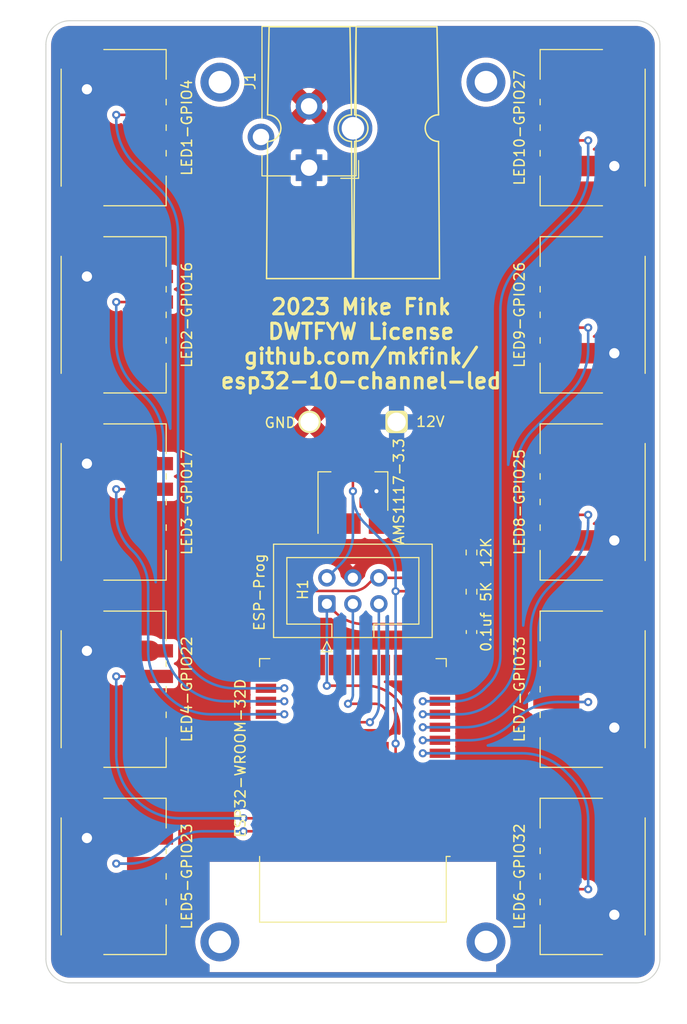
<source format=kicad_pcb>
(kicad_pcb (version 20211014) (generator pcbnew)
  (layers (0 "F.Cu" signal) (31 "B.Cu" signal) (34 "B.Paste" user) (35 "F.Paste" user) (36 "B.SilkS" user "B.Silkscreen") (37 "F.SilkS" user "F.Silkscreen") (38 "B.Mask" user) (39 "F.Mask" user) (44 "Edge.Cuts" user))
  (net 0 "")
  (net 1 "GND")
  (net 13 "+12V")
  (net 19 "Net-(LED2-GPIO16-Pad2)")
  (net 20 "Net-(LED5-GPIO23-Pad2)")
  (net 21 "Net-(LED6-GPIO32-Pad2)")
  (net 22 "Net-(LED7-GPIO33-Pad2)")
  (net 23 "Net-(LED8-GPIO25-Pad2)")
  (net 24 "Net-(LED9-GPIO26-Pad2)")
  (net 25 "Net-(LED10-GPIO27-Pad2)")
  (net 26 "+3.3V")
  (net 27 "RX")
  (net 28 "TX")
  (net 29 "GPIO0")
  (net 30 "EN")
  (net 31 "Net-(LED1-GPIO4-Pad2)")
  (net 32 "Net-(LED3-GPIO17-Pad2)")
  (net 33 "Net-(LED4-GPIO22-Pad2)")
  (footprint "Custom:Anderson_Powerpole-25A-RA-G1" (layer "F.Cu") (at 137.3056 89.96155 180)
    (fp_text reference "12V" (at -3.3088 0.02015) (layer "F.SilkS"))
    (fp_text value "Conn_01x01" hide)
    (pad "1" thru_hole roundrect (at 0 0 180) (size 2.2 2.2) (drill 1.8) (layers *.Cu *.Mask "F.SilkS") (net 13 "+12V"))
  )
  (footprint "Custom:S4B-XH-SM4-TBLFSN" (layer "F.Cu") (at 156.464 61.214 90)
    (fp_text reference "LED10-GPIO27" (at 0 -7.152088 90) (layer "F.SilkS"))
    (fp_text value "Conn_01x04")
    (pad "1" smd rect locked (at -3.75 -3.552088 90) (size 1.2954 4.4958) (layers "F.Cu" "F.Paste" "F.Mask") (net 13 "+12V"))
    (pad "2" smd rect locked (at -1.25 -3.552088 90) (size 1.2954 4.4958) (layers "F.Cu" "F.Paste" "F.Mask") (net 25 "Net-(LED10-GPIO27-Pad2)"))
    (pad "3" smd rect locked (at 1.25 -3.552088 90) (size 1.2954 4.4958) (layers "F.Cu" "F.Paste" "F.Mask") (net 1 "GND"))
    (pad "4" smd rect locked (at 3.75 -3.552088 90) (size 1.2954 4.4958) (layers "F.Cu" "F.Paste" "F.Mask") (net 1 "GND"))
    (pad "5" smd rect locked (at -6.949999 3.247911 180) (size 3.9116 1.8034) (layers "F.Cu" "F.Paste" "F.Mask"))
    (pad "6" smd rect locked (at 6.949999 3.247911 180) (size 3.9116 1.8034) (layers "F.Cu" "F.Paste" "F.Mask"))
  )
  (footprint "Resistor_SMD:R_0603_1608Metric" (layer "F.Cu") (at 144.6276 102.7176 -90)
    (fp_text reference "R1")
    (fp_text value "12K" (at 0 -1.43 90) (layer "F.SilkS"))
    (pad "1" smd roundrect (at -0.825 0 270) (size 0.8 0.95) (layers "F.Cu" "F.Paste" "F.Mask") (net 29 "GPIO0"))
    (pad "2" smd roundrect (at 0.825 0 270) (size 0.8 0.95) (layers "F.Cu" "F.Paste" "F.Mask") (net 26 "+3.3V"))
  )
  (footprint "MountingHole:MountingHole_2.2mm_M2_DIN965_Pad" (layer "F.Cu") (at 120.0384 140.7668)
    (fp_text reference " " (at 1.3208 -0.254) (layer "F.SilkS"))
    (fp_text value "MountingHole_2.2mm_M2_DIN965_Pad" hide)
    (pad "4" thru_hole circle (at 0 0) (size 3.8 3.8) (drill 2.2) (layers *.Cu *.Mask))
  )
  (footprint "Custom:S4B-XH-SM4-TBLFSN" (layer "F.Cu") (at 109.6584 61.214 -90)
    (fp_text reference "LED1-GPIO4" (at 0 -7.152088 -90) (layer "F.SilkS"))
    (fp_text value "Conn_01x04")
    (pad "1" smd rect (at -3.75 -3.552088 270) (size 1.2954 4.4958) (layers "F.Cu" "F.Paste" "F.Mask") (net 13 "+12V"))
    (pad "2" smd rect (at -1.25 -3.552088 270) (size 1.2954 4.4958) (layers "F.Cu" "F.Paste" "F.Mask") (net 31 "Net-(LED1-GPIO4-Pad2)"))
    (pad "3" smd rect (at 1.25 -3.552088 270) (size 1.2954 4.4958) (layers "F.Cu" "F.Paste" "F.Mask") (net 1 "GND"))
    (pad "4" smd rect (at 3.75 -3.552088 270) (size 1.2954 4.4958) (layers "F.Cu" "F.Paste" "F.Mask") (net 1 "GND"))
    (pad "5" smd rect (at -6.949999 3.247911) (size 3.9116 1.8034) (layers "F.Cu" "F.Paste" "F.Mask"))
    (pad "6" smd rect (at 6.949999 3.247911) (size 3.9116 1.8034) (layers "F.Cu" "F.Paste" "F.Mask"))
  )
  (footprint "Custom:S4B-XH-SM4-TBLFSN" (layer "F.Cu") (at 109.6584 97.79 -90)
    (fp_text reference "LED3-GPIO17" (at 0 -7.152088 -90) (layer "F.SilkS"))
    (fp_text value "Conn_01x04")
    (pad "1" smd rect (at -3.75 -3.552088 270) (size 1.2954 4.4958) (layers "F.Cu" "F.Paste" "F.Mask") (net 13 "+12V"))
    (pad "2" smd rect (at -1.25 -3.552088 270) (size 1.2954 4.4958) (layers "F.Cu" "F.Paste" "F.Mask") (net 32 "Net-(LED3-GPIO17-Pad2)"))
    (pad "3" smd rect (at 1.25 -3.552088 270) (size 1.2954 4.4958) (layers "F.Cu" "F.Paste" "F.Mask") (net 1 "GND"))
    (pad "4" smd rect (at 3.75 -3.552088 270) (size 1.2954 4.4958) (layers "F.Cu" "F.Paste" "F.Mask") (net 1 "GND"))
    (pad "5" smd rect (at -6.949999 3.247911) (size 3.9116 1.8034) (layers "F.Cu" "F.Paste" "F.Mask"))
    (pad "6" smd rect (at 6.949999 3.247911) (size 3.9116 1.8034) (layers "F.Cu" "F.Paste" "F.Mask"))
  )
  (footprint "Connector_IDC:IDC-Header_2x03_P2.54mm_Vertical" (layer "F.Cu") (at 130.4934 107.7373 90)
    (fp_text reference "H1" (at 1.3875 -2.3504 90) (layer "F.SilkS"))
    (fp_text value "ESP32Header")
    (fp_text user "ESP-Prog" (at 1.1335 -6.599 90) (layer "F.SilkS"))
    (pad "1" thru_hole roundrect (at 0 0 90) (size 1.7 1.7) (drill 1) (layers *.Cu *.Mask) (roundrect_rratio 0.147059) (net 30 "EN"))
    (pad "2" thru_hole circle (at 2.54 0 90) (size 1.7 1.7) (drill 1) (layers *.Cu *.Mask) (net 26 "+3.3V"))
    (pad "3" thru_hole circle (at 0 2.54 90) (size 1.7 1.7) (drill 1) (layers *.Cu *.Mask) (net 28 "TX"))
    (pad "4" thru_hole circle (at 2.54 2.54 90) (size 1.7 1.7) (drill 1) (layers *.Cu *.Mask) (net 1 "GND"))
    (pad "5" thru_hole circle (at 0 5.08 90) (size 1.7 1.7) (drill 1) (layers *.Cu *.Mask) (net 27 "RX"))
    (pad "6" thru_hole circle (at 2.54 5.08 90) (size 1.7 1.7) (drill 1) (layers *.Cu *.Mask) (net 29 "GPIO0"))
  )
  (footprint "Custom:S4B-XH-SM4-TBLFSN" (layer "F.Cu") (at 156.464 134.366 90)
    (fp_text reference "LED6-GPIO32" (at 0 -7.152088 90) (layer "F.SilkS"))
    (fp_text value "Conn_01x04")
    (pad "1" smd rect (at -3.75 -3.552088 90) (size 1.2954 4.4958) (layers "F.Cu" "F.Paste" "F.Mask") (net 13 "+12V"))
    (pad "2" smd rect (at -1.25 -3.552088 90) (size 1.2954 4.4958) (layers "F.Cu" "F.Paste" "F.Mask") (net 21 "Net-(LED6-GPIO32-Pad2)"))
    (pad "3" smd rect (at 1.25 -3.552088 90) (size 1.2954 4.4958) (layers "F.Cu" "F.Paste" "F.Mask") (net 1 "GND"))
    (pad "4" smd rect (at 3.75 -3.552088 90) (size 1.2954 4.4958) (layers "F.Cu" "F.Paste" "F.Mask") (net 1 "GND"))
    (pad "5" smd rect (at -6.949999 3.247911 180) (size 3.9116 1.8034) (layers "F.Cu" "F.Paste" "F.Mask"))
    (pad "6" smd rect (at 6.949999 3.247911 180) (size 3.9116 1.8034) (layers "F.Cu" "F.Paste" "F.Mask"))
  )
  (footprint "Package_TO_SOT_SMD:SOT-223-3_TabPin2" (layer "F.Cu") (at 133.0384 96.7486 90)
    (fp_text reference "U2")
    (fp_text value "AMS1117-3.3" (at 0 4.5 90) (layer "F.SilkS"))
    (pad "1" smd rect (at -3.15 -2.3 90) (size 2 1.5) (layers "F.Cu" "F.Paste" "F.Mask") (net 1 "GND"))
    (pad "2" smd rect (at -3.15 0 90) (size 2 1.5) (layers "F.Cu" "F.Paste" "F.Mask") (net 26 "+3.3V"))
    (pad "2" smd rect (at 3.15 0 90) (size 2 3.8) (layers "F.Cu" "F.Paste" "F.Mask") (net 26 "+3.3V"))
    (pad "3" smd rect (at -3.15 2.3 90) (size 2 1.5) (layers "F.Cu" "F.Paste" "F.Mask") (net 13 "+12V"))
  )
  (footprint "MountingHole:MountingHole_2.2mm_M2_DIN965_Pad" (layer "F.Cu") (at 133.0384 61.27555 180)
    (fp_text reference " " (at 1.3208 -0.254) (layer "F.SilkS"))
    (fp_text value "MountingHole_2.2mm_M2_DIN965_Pad" hide)
    (pad "1" thru_hole circle (at 0 0 180) (size 3.8 3.8) (drill 2.2) (layers *.Cu *.Mask))
  )
  (footprint "RF_Module:ESP32-WROOM-32" (layer "F.Cu") (at 133.0384 122.9708 180)
    (fp_text reference "U1" hide)
    (fp_text value "ESP32-WROOM-32D" (at 10.9982 0.1524 90) (layer "F.SilkS"))
    (pad "1" smd rect (at -8.5 -8.255 180) (size 2 0.9) (layers "F.Cu" "F.Paste" "F.Mask") (net 1 "GND"))
    (pad "2" smd rect (at -8.5 -6.985 180) (size 2 0.9) (layers "F.Cu" "F.Paste" "F.Mask") (net 26 "+3.3V"))
    (pad "3" smd rect (at -8.5 -5.715 180) (size 2 0.9) (layers "F.Cu" "F.Paste" "F.Mask") (net 30 "EN"))
    (pad "4" smd rect (at -8.5 -4.445 180) (size 2 0.9) (layers "F.Cu" "F.Paste" "F.Mask"))
    (pad "5" smd rect (at -8.5 -3.175 180) (size 2 0.9) (layers "F.Cu" "F.Paste" "F.Mask"))
    (pad "6" smd rect (at -8.5 -1.905 180) (size 2 0.9) (layers "F.Cu" "F.Paste" "F.Mask"))
    (pad "7" smd rect (at -8.5 -0.635 180) (size 2 0.9) (layers "F.Cu" "F.Paste" "F.Mask"))
    (pad "8" smd rect (at -8.5 0.635 180) (size 2 0.9) (layers "F.Cu" "F.Paste" "F.Mask") (net 21 "Net-(LED6-GPIO32-Pad2)"))
    (pad "9" smd rect (at -8.5 1.905 180) (size 2 0.9) (layers "F.Cu" "F.Paste" "F.Mask") (net 22 "Net-(LED7-GPIO33-Pad2)"))
    (pad "10" smd rect (at -8.5 3.175 180) (size 2 0.9) (layers "F.Cu" "F.Paste" "F.Mask") (net 23 "Net-(LED8-GPIO25-Pad2)"))
    (pad "11" smd rect (at -8.5 4.445 180) (size 2 0.9) (layers "F.Cu" "F.Paste" "F.Mask") (net 24 "Net-(LED9-GPIO26-Pad2)"))
    (pad "12" smd rect (at -8.5 5.715 180) (size 2 0.9) (layers "F.Cu" "F.Paste" "F.Mask") (net 25 "Net-(LED10-GPIO27-Pad2)"))
    (pad "13" smd rect (at -8.5 6.985 180) (size 2 0.9) (layers "F.Cu" "F.Paste" "F.Mask"))
    (pad "14" smd rect (at -8.5 8.255 180) (size 2 0.9) (layers "F.Cu" "F.Paste" "F.Mask"))
    (pad "15" smd rect (at -5.715 9.255 270) (size 2 0.9) (layers "F.Cu" "F.Paste" "F.Mask") (net 1 "GND"))
    (pad "16" smd rect (at -4.445 9.255 270) (size 2 0.9) (layers "F.Cu" "F.Paste" "F.Mask"))
    (pad "17" smd rect (at -3.175 9.255 270) (size 2 0.9) (layers "F.Cu" "F.Paste" "F.Mask"))
    (pad "18" smd rect (at -1.905 9.255 270) (size 2 0.9) (layers "F.Cu" "F.Paste" "F.Mask"))
    (pad "19" smd rect (at -0.635 9.255 270) (size 2 0.9) (layers "F.Cu" "F.Paste" "F.Mask"))
    (pad "20" smd rect (at 0.635 9.255 270) (size 2 0.9) (layers "F.Cu" "F.Paste" "F.Mask"))
    (pad "21" smd rect (at 1.905 9.255 270) (size 2 0.9) (layers "F.Cu" "F.Paste" "F.Mask"))
    (pad "22" smd rect (at 3.175 9.255 270) (size 2 0.9) (layers "F.Cu" "F.Paste" "F.Mask"))
    (pad "23" smd rect (at 4.445 9.255 270) (size 2 0.9) (layers "F.Cu" "F.Paste" "F.Mask"))
    (pad "24" smd rect (at 5.715 9.255 270) (size 2 0.9) (layers "F.Cu" "F.Paste" "F.Mask"))
    (pad "25" smd rect (at 8.5 8.255 180) (size 2 0.9) (layers "F.Cu" "F.Paste" "F.Mask") (net 29 "GPIO0"))
    (pad "26" smd rect (at 8.5 6.985 180) (size 2 0.9) (layers "F.Cu" "F.Paste" "F.Mask") (net 31 "Net-(LED1-GPIO4-Pad2)"))
    (pad "27" smd rect (at 8.5 5.715 180) (size 2 0.9) (layers "F.Cu" "F.Paste" "F.Mask") (net 19 "Net-(LED2-GPIO16-Pad2)"))
    (pad "28" smd rect (at 8.5 4.445 180) (size 2 0.9) (layers "F.Cu" "F.Paste" "F.Mask") (net 32 "Net-(LED3-GPIO17-Pad2)"))
    (pad "29" smd rect (at 8.5 3.175 180) (size 2 0.9) (layers "F.Cu" "F.Paste" "F.Mask"))
    (pad "30" smd rect (at 8.5 1.905 180) (size 2 0.9) (layers "F.Cu" "F.Paste" "F.Mask"))
    (pad "31" smd rect (at 8.5 0.635 180) (size 2 0.9) (layers "F.Cu" "F.Paste" "F.Mask"))
    (pad "32" smd rect (at 8.5 -0.635 180) (size 2 0.9) (layers "F.Cu" "F.Paste" "F.Mask"))
    (pad "33" smd rect (at 8.5 -1.905 180) (size 2 0.9) (layers "F.Cu" "F.Paste" "F.Mask"))
    (pad "34" smd rect (at 8.5 -3.175 180) (size 2 0.9) (layers "F.Cu" "F.Paste" "F.Mask") (net 27 "RX"))
    (pad "35" smd rect (at 8.5 -4.445 180) (size 2 0.9) (layers "F.Cu" "F.Paste" "F.Mask") (net 28 "TX"))
    (pad "36" smd rect (at 8.5 -5.715 180) (size 2 0.9) (layers "F.Cu" "F.Paste" "F.Mask") (net 33 "Net-(LED4-GPIO22-Pad2)"))
    (pad "37" smd rect (at 8.5 -6.985 180) (size 2 0.9) (layers "F.Cu" "F.Paste" "F.Mask") (net 20 "Net-(LED5-GPIO23-Pad2)"))
    (pad "38" smd rect (at 8.5 -8.255 180) (size 2 0.9) (layers "F.Cu" "F.Paste" "F.Mask") (net 1 "GND"))
    (pad "39" smd rect (at -1 -0.755 180) (size 5 5) (layers "F.Cu" "F.Paste" "F.Mask") (net 1 "GND"))
    (zone (net 0) (net_name "") (layers *.Cu) (connect_pads (clearance 0)) (min_thickness 0.254)
      (keepout (tracks not_allowed) (vias not_allowed) (pads not_allowed) (copperpour not_allowed) (footprints not_allowed))
      (fill (thermal_gap 0.508) (thermal_bridge_width 0.508))
      (polygon (pts (xy 147.0384 132.9408) (xy 119.0384 132.9408) (xy 119.0384 143.7208) (xy 147.0384 143.7208)))
    )
  )
  (footprint "Resistor_SMD:R_0603_1608Metric" (layer "F.Cu") (at 144.6276 106.553 -90)
    (fp_text reference "R2")
    (fp_text value "5K" (at 0 -1.43 90) (layer "F.SilkS"))
    (pad "1" smd roundrect (at -0.825 0 270) (size 0.8 0.95) (layers "F.Cu" "F.Paste" "F.Mask") (net 26 "+3.3V"))
    (pad "2" smd roundrect (at 0.825 0 270) (size 0.8 0.95) (layers "F.Cu" "F.Paste" "F.Mask") (net 30 "EN"))
  )
  (footprint "Custom:S4B-XH-SM4-TBLFSN" (layer "F.Cu") (at 109.6584 79.502 -90)
    (fp_text reference "LED2-GPIO16" (at 0 -7.152088 -90) (layer "F.SilkS"))
    (fp_text value "Conn_01x04")
    (pad "1" smd rect (at -3.75 -3.552088 270) (size 1.2954 4.4958) (layers "F.Cu" "F.Paste" "F.Mask") (net 13 "+12V"))
    (pad "2" smd rect (at -1.25 -3.552088 270) (size 1.2954 4.4958) (layers "F.Cu" "F.Paste" "F.Mask") (net 19 "Net-(LED2-GPIO16-Pad2)"))
    (pad "3" smd rect (at 1.25 -3.552088 270) (size 1.2954 4.4958) (layers "F.Cu" "F.Paste" "F.Mask") (net 1 "GND"))
    (pad "4" smd rect (at 3.75 -3.552088 270) (size 1.2954 4.4958) (layers "F.Cu" "F.Paste" "F.Mask") (net 1 "GND"))
    (pad "5" smd rect (at -6.949999 3.247911) (size 3.9116 1.8034) (layers "F.Cu" "F.Paste" "F.Mask"))
    (pad "6" smd rect (at 6.949999 3.247911) (size 3.9116 1.8034) (layers "F.Cu" "F.Paste" "F.Mask"))
  )
  (footprint "Capacitor_SMD:C_0603_1608Metric" (layer "F.Cu") (at 144.6276 110.49 90)
    (fp_text reference "C1")
    (fp_text value "0.1uf" (at 0 1.43 90) (layer "F.SilkS"))
    (pad "1" smd roundrect locked (at -0.775 0 90) (size 0.9 0.95) (layers "F.Cu" "F.Paste" "F.Mask") (net 1 "GND"))
    (pad "2" smd roundrect locked (at 0.775 0 90) (size 0.9 0.95) (layers "F.Cu" "F.Paste" "F.Mask") (net 30 "EN"))
  )
  (footprint "Custom:Anderson_Powerpole-25A-RA-G1" (layer "F.Cu") (at 128.7996 89.96155 180)
    (fp_text reference "GND" (at 2.8664 -0.08145) (layer "F.SilkS"))
    (fp_text value "Conn_01x01" hide)
    (pad "1" thru_hole circle (at 0 0 180) (size 2.2 2.2) (drill 1.8) (layers *.Cu *.Mask "F.SilkS") (net 1 "GND"))
  )
  (footprint "Custom:S4B-XH-SM4-TBLFSN" (layer "F.Cu") (at 156.464 79.502 90)
    (fp_text reference "LED9-GPIO26" (at 0 -7.152088 90) (layer "F.SilkS"))
    (fp_text value "Conn_01x04")
    (pad "1" smd rect locked (at -3.75 -3.552088 90) (size 1.2954 4.4958) (layers "F.Cu" "F.Paste" "F.Mask") (net 13 "+12V"))
    (pad "2" smd rect locked (at -1.25 -3.552088 90) (size 1.2954 4.4958) (layers "F.Cu" "F.Paste" "F.Mask") (net 24 "Net-(LED9-GPIO26-Pad2)"))
    (pad "3" smd rect locked (at 1.25 -3.552088 90) (size 1.2954 4.4958) (layers "F.Cu" "F.Paste" "F.Mask") (net 1 "GND"))
    (pad "4" smd rect locked (at 3.75 -3.552088 90) (size 1.2954 4.4958) (layers "F.Cu" "F.Paste" "F.Mask") (net 1 "GND"))
    (pad "5" smd rect locked (at -6.949999 3.247911 180) (size 3.9116 1.8034) (layers "F.Cu" "F.Paste" "F.Mask"))
    (pad "6" smd rect locked (at 6.949999 3.247911 180) (size 3.9116 1.8034) (layers "F.Cu" "F.Paste" "F.Mask"))
  )
  (footprint "Connector_BarrelJack:BarrelJack_CUI_PJ-102AH_Horizontal" (layer "F.Cu") (at 128.7526 65.1256 180)
    (fp_text reference "J1" (at 5.75 8.45 90) (layer "F.SilkS"))
    (fp_text value "Barrel_Jack")
    (pad "1" thru_hole rect (at 0 0 180) (size 2.6 2.6) (drill 1.6) (layers *.Cu *.Mask) (net 13 "+12V"))
    (pad "2" thru_hole circle (at 0 6 180) (size 2.6 2.6) (drill 1.6) (layers *.Cu *.Mask) (net 1 "GND"))
    (pad "3" thru_hole circle (at 4.7 3 180) (size 2.6 2.6) (drill 1.6) (layers *.Cu *.Mask))
  )
  (footprint "MountingHole:MountingHole_2.2mm_M2_DIN965_Pad" (layer "F.Cu") (at 146.0384 140.7668)
    (fp_text reference " " (at 1.3208 -0.254) (layer "F.SilkS"))
    (fp_text value "MountingHole_2.2mm_M2_DIN965_Pad" hide)
    (pad "5" thru_hole circle (at 0 0) (size 3.8 3.8) (drill 2.2) (layers *.Cu *.Mask))
  )
  (footprint "Custom:S4B-XH-SM4-TBLFSN" (layer "F.Cu") (at 109.6584 134.366 -90)
    (fp_text reference "LED5-GPIO23" (at 0 -7.152088 -90) (layer "F.SilkS"))
    (fp_text value "Conn_01x04")
    (pad "1" smd rect locked (at -3.75 -3.552088 270) (size 1.2954 4.4958) (layers "F.Cu" "F.Paste" "F.Mask") (net 13 "+12V"))
    (pad "2" smd rect locked (at -1.25 -3.552088 270) (size 1.2954 4.4958) (layers "F.Cu" "F.Paste" "F.Mask") (net 20 "Net-(LED5-GPIO23-Pad2)"))
    (pad "3" smd rect locked (at 1.25 -3.552088 270) (size 1.2954 4.4958) (layers "F.Cu" "F.Paste" "F.Mask") (net 1 "GND"))
    (pad "4" smd rect locked (at 3.75 -3.552088 270) (size 1.2954 4.4958) (layers "F.Cu" "F.Paste" "F.Mask") (net 1 "GND"))
    (pad "5" smd rect locked (at -6.949999 3.247911) (size 3.9116 1.8034) (layers "F.Cu" "F.Paste" "F.Mask"))
    (pad "6" smd rect locked (at 6.949999 3.247911) (size 3.9116 1.8034) (layers "F.Cu" "F.Paste" "F.Mask"))
  )
  (footprint "MountingHole:MountingHole_2.2mm_M2_DIN965_Pad" (layer "F.Cu") (at 120.0384 56.7668)
    (fp_text reference " " (at 1.3208 -0.254) (layer "F.SilkS"))
    (fp_text value "MountingHole_2.2mm_M2_DIN965_Pad" hide)
    (pad "3" thru_hole circle (at 0 0) (size 3.8 3.8) (drill 2.2) (layers *.Cu *.Mask))
  )
  (footprint "Custom:S4B-XH-SM4-TBLFSN" (layer "F.Cu") (at 156.464 116.078 90)
    (fp_text reference "LED7-GPIO33" (at 0 -7.152088 90) (layer "F.SilkS"))
    (fp_text value "Conn_01x04")
    (pad "1" smd rect locked (at -3.75 -3.552088 90) (size 1.2954 4.4958) (layers "F.Cu" "F.Paste" "F.Mask") (net 13 "+12V"))
    (pad "2" smd rect locked (at -1.25 -3.552088 90) (size 1.2954 4.4958) (layers "F.Cu" "F.Paste" "F.Mask") (net 22 "Net-(LED7-GPIO33-Pad2)"))
    (pad "3" smd rect locked (at 1.25 -3.552088 90) (size 1.2954 4.4958) (layers "F.Cu" "F.Paste" "F.Mask") (net 1 "GND"))
    (pad "4" smd rect locked (at 3.75 -3.552088 90) (size 1.2954 4.4958) (layers "F.Cu" "F.Paste" "F.Mask") (net 1 "GND"))
    (pad "5" smd rect locked (at -6.949999 3.247911 180) (size 3.9116 1.8034) (layers "F.Cu" "F.Paste" "F.Mask"))
    (pad "6" smd rect locked (at 6.949999 3.247911 180) (size 3.9116 1.8034) (layers "F.Cu" "F.Paste" "F.Mask"))
  )
  (footprint "Custom:S4B-XH-SM4-TBLFSN" (layer "F.Cu") (at 156.464 97.79 90)
    (fp_text reference "LED8-GPIO25" (at 0 -7.152088 90) (layer "F.SilkS"))
    (fp_text value "Conn_01x04")
    (pad "1" smd rect locked (at -3.75 -3.552088 90) (size 1.2954 4.4958) (layers "F.Cu" "F.Paste" "F.Mask") (net 13 "+12V"))
    (pad "2" smd rect locked (at -1.25 -3.552088 90) (size 1.2954 4.4958) (layers "F.Cu" "F.Paste" "F.Mask") (net 23 "Net-(LED8-GPIO25-Pad2)"))
    (pad "3" smd rect locked (at 1.25 -3.552088 90) (size 1.2954 4.4958) (layers "F.Cu" "F.Paste" "F.Mask") (net 1 "GND"))
    (pad "4" smd rect locked (at 3.75 -3.552088 90) (size 1.2954 4.4958) (layers "F.Cu" "F.Paste" "F.Mask") (net 1 "GND"))
    (pad "5" smd rect locked (at -6.949999 3.247911 180) (size 3.9116 1.8034) (layers "F.Cu" "F.Paste" "F.Mask"))
    (pad "6" smd rect locked (at 6.949999 3.247911 180) (size 3.9116 1.8034) (layers "F.Cu" "F.Paste" "F.Mask"))
  )
  (footprint "MountingHole:MountingHole_2.2mm_M2_DIN965_Pad" (layer "F.Cu") (at 146.0384 56.7668)
    (fp_text reference " " (at 1.3208 -0.254) (layer "F.SilkS"))
    (fp_text value "MountingHole_2.2mm_M2_DIN965_Pad" hide)
    (pad "2" thru_hole circle (at 0 0) (size 3.8 3.8) (drill 2.2) (layers *.Cu *.Mask))
  )
  (footprint "Custom:S4B-XH-SM4-TBLFSN" (layer "F.Cu") (at 109.6584 116.078 -90)
    (fp_text reference "LED4-GPIO22" (at 0 -7.152088 -90) (layer "F.SilkS"))
    (fp_text value "Conn_01x04")
    (pad "1" smd rect (at -3.75 -3.552088 270) (size 1.2954 4.4958) (layers "F.Cu" "F.Paste" "F.Mask") (net 13 "+12V"))
    (pad "2" smd rect (at -1.25 -3.552088 270) (size 1.2954 4.4958) (layers "F.Cu" "F.Paste" "F.Mask") (net 33 "Net-(LED4-GPIO22-Pad2)"))
    (pad "3" smd rect (at 1.25 -3.552088 270) (size 1.2954 4.4958) (layers "F.Cu" "F.Paste" "F.Mask") (net 1 "GND"))
    (pad "4" smd rect (at 3.75 -3.552088 270) (size 1.2954 4.4958) (layers "F.Cu" "F.Paste" "F.Mask") (net 1 "GND"))
    (pad "5" smd rect (at -6.949999 3.247911) (size 3.9116 1.8034) (layers "F.Cu" "F.Paste" "F.Mask"))
    (pad "6" smd rect (at 6.949999 3.247911) (size 3.9116 1.8034) (layers "F.Cu" "F.Paste" "F.Mask"))
  )
  (gr_line (start 160.7016 144.7668) (end 105.3752 144.7668) (layer "Edge.Cuts") (width 0.1))
  (gr_line locked (start 105.3752 50.7668) (end 160.7016 50.7668) (layer "Edge.Cuts") (width 0.1))
  (gr_arc (start 163.0384 142.43) (mid 162.353967 144.082367) (end 160.7016 144.7668) (layer "Edge.Cuts") (width 0.1))
  (gr_arc (start 160.7016 50.7668) (mid 162.353967 51.451233) (end 163.0384 53.1036) (layer "Edge.Cuts") (width 0.1))
  (gr_line (start 103.0384 142.43) (end 103.0384 53.1036) (layer "Edge.Cuts") (width 0.1))
  (gr_line (start 163.0384 53.1036) (end 163.0384 142.43) (layer "Edge.Cuts") (width 0.1))
  (gr_arc (start 105.3752 144.7668) (mid 103.722833 144.082367) (end 103.0384 142.43) (layer "Edge.Cuts") (width 0.1))
  (gr_arc (start 103.0384 53.1036) (mid 103.722833 51.451233) (end 105.3752 50.7668) (layer "Edge.Cuts") (width 0.1))
  (gr_text "2023 Mike Fink\nDWTFYW License\ngithub.com/mkfink/\nesp32-10-channel-led" (at 133.8326 82.343) (layer "F.SilkS") (effects (font (size 1.5 1.5) (thickness 0.3))))
  (segment (start 152.911912 119.828) (end 158.5814 119.828) (width 2) (layer "F.Cu") (net 13))
  (segment (start 113.210488 130.616) (end 107.0448 130.616) (width 2) (layer "F.Cu") (net 13))
  (segment (start 113.210488 112.328) (end 107.0448 112.328) (width 2) (layer "F.Cu") (net 13))
  (segment (start 135.3384 99.8986) (end 135.3384 96.7486) (width 0.25) (layer "F.Cu") (net 13))
  (segment (start 152.911912 64.964) (end 158.5814 64.964) (width 2) (layer "F.Cu") (net 13))
  (segment (start 113.210488 94.04) (end 107.0448 94.04) (width 2) (layer "F.Cu") (net 13))
  (segment (start 113.210488 75.752) (end 107.0448 75.752) (width 2) (layer "F.Cu") (net 13))
  (segment (start 152.911912 138.116) (end 158.5814 138.116) (width 2) (layer "F.Cu") (net 13))
  (segment (start 152.911912 83.252) (end 158.5814 83.252) (width 2) (layer "F.Cu") (net 13))
  (segment (start 113.210488 57.464) (end 107.0448 57.464) (width 2) (layer "F.Cu") (net 13))
  (segment (start 152.911912 101.54) (end 158.5814 101.54) (width 2) (layer "F.Cu") (net 13))
  (via (at 158.5814 101.54) (size 2) (drill 1) (layers "F.Cu" "B.Cu") (net 13))
  (via (at 107.0448 94.04) (size 2) (drill 1) (layers "F.Cu" "B.Cu") (net 13))
  (via (at 107.0448 75.752) (size 2) (drill 1) (layers "F.Cu" "B.Cu") (net 13))
  (via (at 158.5814 83.252) (size 2) (drill 1) (layers "F.Cu" "B.Cu") (net 13))
  (via (at 158.5814 138.116) (size 2) (drill 1) (layers "F.Cu" "B.Cu") (net 13))
  (via (at 107.0448 112.328) (size 2) (drill 1) (layers "F.Cu" "B.Cu") (net 13))
  (via (at 135.3384 96.73) (size 0.8) (drill 0.4) (layers "F.Cu" "B.Cu") (net 13))
  (via (at 107.0448 57.464) (size 2) (drill 1) (layers "F.Cu" "B.Cu") (net 13))
  (via (at 158.5814 119.828) (size 2) (drill 1) (layers "F.Cu" "B.Cu") (net 13))
  (via (at 107.0448 130.616) (size 2) (drill 1) (layers "F.Cu" "B.Cu") (net 13))
  (via (at 158.5814 64.964) (size 2) (drill 1) (layers "F.Cu" "B.Cu") (net 13))
  (segment (start 126.3302 117.2558) (end 124.5384 117.2558) (width 0.25) (layer "F.Cu") (net 19))
  (segment (start 113.210488 78.252) (end 109.9112 78.252) (width 0.25) (layer "F.Cu") (net 19))
  (via (at 109.9112 78.252) (size 0.8) (drill 0.4) (layers "F.Cu" "B.Cu") (net 19))
  (via (at 126.3302 117.2558) (size 0.8) (drill 0.4) (layers "F.Cu" "B.Cu") (net 19))
  (segment (start 109.9112 78.252) (end 109.9112 82.178319) (width 0.25) (layer "B.Cu") (net 19))
  (segment (start 116.28596 115.42236) (end 116.362041 115.498441) (width 0.25) (layer "B.Cu") (net 19))
  (segment (start 114.5286 91.766281) (end 114.5286 111.179719) (width 0.25) (layer "B.Cu") (net 19))
  (segment (start 111.66856 86.42096) (end 112.771241 87.523641) (width 0.25) (layer "B.Cu") (net 19))
  (segment (start 120.604681 117.2558) (end 126.3302 117.2558) (width 0.25) (layer "B.Cu") (net 19))
  (arc (start 116.362041 115.498441) (mid 118.308581 116.799077) (end 120.604681 117.2558) (width 0.25) (layer "B.Cu") (net 19))
  (arc (start 112.771241 87.523641) (mid 114.071877 89.470181) (end 114.5286 91.766281) (width 0.25) (layer "B.Cu") (net 19))
  (arc (start 109.9112 82.178319) (mid 110.367923 84.47442) (end 111.66856 86.42096) (width 0.25) (layer "B.Cu") (net 19))
  (arc (start 114.5286 111.179719) (mid 114.985323 113.47582) (end 116.28596 115.42236) (width 0.25) (layer "B.Cu") (net 19))
  (segment (start 113.210488 133.116) (end 109.9112 133.116) (width 0.25) (layer "F.Cu") (net 20))
  (segment (start 124.5384 129.9558) (end 122.3302 129.9558) (width 0.25) (layer "F.Cu") (net 20))
  (via (at 109.9112 133.116) (size 0.8) (drill 0.4) (layers "F.Cu" "B.Cu") (net 20))
  (via (at 122.3302 129.9558) (size 0.8) (drill 0.4) (layers "F.Cu" "B.Cu") (net 20))
  (segment (start 118.393668 129.9558) (end 122.3302 129.9558) (width 0.25) (layer "B.Cu") (net 20))
  (segment (start 114.626866 131.651534) (end 114.858134 131.420266) (width 0.25) (layer "B.Cu") (net 20))
  (segment (start 109.9112 133.116) (end 111.091332 133.116) (width 0.25) (layer "B.Cu") (net 20))
  (arc (start 114.626866 131.651534) (mid 113.004749 132.735398) (end 111.091332 133.116) (width 0.25) (layer "B.Cu") (net 20))
  (arc (start 114.858134 131.420266) (mid 116.480251 130.336402) (end 118.393668 129.9558) (width 0.25) (layer "B.Cu") (net 20))
  (segment (start 140.1732 122.3358) (end 139.8176 122.3358) (width 0.25) (layer "F.Cu") (net 21))
  (segment (start 152.911912 135.616) (end 156.0268 135.616) (width 0.25) (layer "F.Cu") (net 21))
  (segment (start 141.5384 122.3358) (end 140.1732 122.3358) (width 0.25) (layer "F.Cu") (net 21))
  (via (at 156.0268 135.616) (size 0.8) (drill 0.4) (layers "F.Cu" "B.Cu") (net 21))
  (via (at 139.8684 122.3358) (size 0.8) (drill 0.4) (layers "F.Cu" "B.Cu") (net 21))
  (segment (start 156.0268 135.616) (end 156.0268 128.819481) (width 0.25) (layer "B.Cu") (net 21))
  (segment (start 154.26944 124.57684) (end 153.785759 124.093159) (width 0.25) (layer "B.Cu") (net 21))
  (segment (start 149.543119 122.3358) (end 139.8684 122.3358) (width 0.25) (layer "B.Cu") (net 21))
  (arc (start 153.785759 124.093159) (mid 151.839219 122.792523) (end 149.543119 122.3358) (width 0.25) (layer "B.Cu") (net 21))
  (arc (start 154.26944 124.57684) (mid 155.570077 126.52338) (end 156.0268 128.819481) (width 0.25) (layer "B.Cu") (net 21))
  (segment (start 141.5384 121.0658) (end 140.0716 121.0658) (width 0.25) (layer "F.Cu") (net 22))
  (segment (start 152.911912 117.328) (end 156.0268 117.328) (width 0.25) (layer "F.Cu") (net 22))
  (segment (start 140.0716 121.0658) (end 139.6906 121.0658) (width 0.25) (layer "F.Cu") (net 22))
  (via (at 139.8684 121.0658) (size 0.8) (drill 0.4) (layers "F.Cu" "B.Cu") (net 22))
  (via (at 156.0268 117.328) (size 0.8) (drill 0.4) (layers "F.Cu" "B.Cu") (net 22))
  (segment (start 139.8684 121.0658) (end 144.393519 121.0658) (width 0.25) (layer "B.Cu") (net 22))
  (segment (start 148.63616 119.30844) (end 148.859241 119.085359) (width 0.25) (layer "B.Cu") (net 22))
  (segment (start 153.101881 117.328) (end 156.0268 117.328) (width 0.25) (layer "B.Cu") (net 22))
  (arc (start 148.63616 119.30844) (mid 146.68962 120.609077) (end 144.393519 121.0658) (width 0.25) (layer "B.Cu") (net 22))
  (arc (start 153.101881 117.328) (mid 150.805781 117.784723) (end 148.859241 119.085359) (width 0.25) (layer "B.Cu") (net 22))
  (segment (start 141.5384 119.7958) (end 139.8938 119.7958) (width 0.25) (layer "F.Cu") (net 23))
  (segment (start 152.911912 99.04) (end 156.0268 99.04) (width 0.25) (layer "F.Cu") (net 23))
  (via (at 156.0268 99.04) (size 0.8) (drill 0.4) (layers "F.Cu" "B.Cu") (net 23))
  (via (at 139.8684 119.7958) (size 0.8) (drill 0.4) (layers "F.Cu" "B.Cu") (net 23))
  (segment (start 156.0268 99.04) (end 156.0268 99.831319) (width 0.25) (layer "B.Cu") (net 23))
  (segment (start 148.17896 118.03844) (end 148.661441 117.555959) (width 0.25) (layer "B.Cu") (net 23))
  (segment (start 150.4188 113.313319) (end 150.4188 110.871) (width 0.25) (layer "B.Cu") (net 23))
  (segment (start 139.8684 119.7958) (end 143.936319 119.7958) (width 0.25) (layer "B.Cu") (net 23))
  (segment (start 150.4188 110.409881) (end 150.4188 110.871) (width 0.25) (layer "B.Cu") (net 23))
  (segment (start 154.26944 104.07396) (end 152.176159 106.167241) (width 0.25) (layer "B.Cu") (net 23))
  (arc (start 148.661441 117.555959) (mid 149.962077 115.609419) (end 150.4188 113.313319) (width 0.25) (layer "B.Cu") (net 23))
  (arc (start 150.4188 110.409881) (mid 150.875523 108.113781) (end 152.176159 106.167241) (width 0.25) (layer "B.Cu") (net 23))
  (arc (start 154.26944 104.07396) (mid 155.570077 102.12742) (end 156.0268 99.831319) (width 0.25) (layer "B.Cu") (net 23))
  (arc (start 148.17896 118.03844) (mid 146.23242 119.339077) (end 143.936319 119.7958) (width 0.25) (layer "B.Cu") (net 23))
  (segment (start 141.5384 118.5258) (end 139.9192 118.5258) (width 0.25) (layer "F.Cu") (net 24))
  (segment (start 152.911912 80.752) (end 156.0268 80.752) (width 0.25) (layer "F.Cu") (net 24))
  (via (at 139.8684 118.5258) (size 0.8) (drill 0.4) (layers "F.Cu" "B.Cu") (net 24))
  (via (at 156.0268 80.752) (size 0.8) (drill 0.4) (layers "F.Cu" "B.Cu") (net 24))
  (segment (start 154.26944 87.10676) (end 150.677559 90.698641) (width 0.25) (layer "B.Cu") (net 24))
  (segment (start 147.455734 116.577266) (end 146.971666 117.061334) (width 0.25) (layer "B.Cu") (net 24))
  (segment (start 156.0268 80.752) (end 156.0268 82.864119) (width 0.25) (layer "B.Cu") (net 24))
  (segment (start 148.9202 94.941281) (end 148.9202 113.041732) (width 0.25) (layer "B.Cu") (net 24))
  (segment (start 143.436132 118.5258) (end 139.8684 118.5258) (width 0.25) (layer "B.Cu") (net 24))
  (arc (start 154.26944 87.10676) (mid 155.570077 85.16022) (end 156.0268 82.864119) (width 0.25) (layer "B.Cu") (net 24))
  (arc (start 150.677559 90.698641) (mid 149.376923 92.645181) (end 148.9202 94.941281) (width 0.25) (layer "B.Cu") (net 24))
  (arc (start 146.971666 117.061334) (mid 145.349549 118.145198) (end 143.436132 118.5258) (width 0.25) (layer "B.Cu") (net 24))
  (arc (start 148.9202 113.041732) (mid 148.539598 114.955149) (end 147.455734 116.577266) (width 0.25) (layer "B.Cu") (net 24))
  (segment (start 152.911912 62.464) (end 156.0268 62.464) (width 0.25) (layer "F.Cu") (net 25))
  (segment (start 141.5384 117.2558) (end 139.8684 117.2558) (width 0.25) (layer "F.Cu") (net 25))
  (via (at 139.8684 117.2558) (size 0.8) (drill 0.4) (layers "F.Cu" "B.Cu") (net 25))
  (via (at 156.0268 62.464) (size 0.8) (drill 0.4) (layers "F.Cu" "B.Cu") (net 25))
  (segment (start 147.447 79.040881) (end 147.447 80.1878) (width 0.25) (layer "B.Cu") (net 25))
  (segment (start 139.8684 117.2558) (end 143.012146 117.2558) (width 0.25) (layer "B.Cu") (net 25))
  (segment (start 156.0268 62.464) (end 156.0268 65.490519) (width 0.25) (layer "B.Cu") (net 25))
  (segment (start 154.26944 69.73316) (end 149.204359 74.798241) (width 0.25) (layer "B.Cu") (net 25))
  (segment (start 145.840573 116.084227) (end 146.275427 115.649373) (width 0.25) (layer "B.Cu") (net 25))
  (segment (start 147.447 112.820946) (end 147.447 80.1878) (width 0.25) (layer "B.Cu") (net 25))
  (arc (start 149.204359 74.798241) (mid 147.903723 76.744781) (end 147.447 79.040881) (width 0.25) (layer "B.Cu") (net 25))
  (arc (start 145.840573 116.084227) (mid 144.54288 116.951318) (end 143.012146 117.2558) (width 0.25) (layer "B.Cu") (net 25))
  (arc (start 146.275427 115.649373) (mid 147.142518 114.35168) (end 147.447 112.820946) (width 0.25) (layer "B.Cu") (net 25))
  (arc (start 156.0268 65.490519) (mid 155.570077 67.78662) (end 154.26944 69.73316) (width 0.25) (layer "B.Cu") (net 25))
  (segment (start 137.2108 126.747959) (end 137.2108 121.3866) (width 0.25) (layer "F.Cu") (net 26))
  (segment (start 141.5384 129.9558) (end 140.418641 129.9558) (width 0.25) (layer "F.Cu") (net 26))
  (segment (start 138.29732 129.07712) (end 138.089479 128.869279) (width 0.25) (layer "F.Cu") (net 26))
  (segment (start 141.574214 105.728) (end 144.6276 105.728) (width 0.25) (layer "F.Cu") (net 26))
  (segment (start 144.6276 103.5426) (end 144.6276 105.728) (width 0.25) (layer "F.Cu") (net 26))
  (segment (start 137.2108 106.5022) (end 139.971586 106.5022) (width 0.25) (layer "F.Cu") (net 26))
  (segment (start 133.0384 96.73) (end 133.0384 93.5986) (width 0.25) (layer "F.Cu") (net 26))
  (segment (start 133.0384 99.8986) (end 133.0384 96.73) (width 0.25) (layer "F.Cu") (net 26))
  (segment (start 140.678693 106.209307) (end 140.867107 106.020893) (width 0.25) (layer "F.Cu") (net 26))
  (via (at 137.2108 106.5022) (size 0.8) (drill 0.4) (layers "F.Cu" "B.Cu") (net 26))
  (via (at 137.2108 121.3866) (size 0.8) (drill 0.4) (layers "F.Cu" "B.Cu") (net 26))
  (via (at 133.0384 96.73) (size 0.8) (drill 0.4) (layers "F.Cu" "B.Cu") (net 26))
  (arc (start 140.867107 106.020893) (mid 141.19153 105.80412) (end 141.574214 105.728) (width 0.25) (layer "F.Cu") (net 26))
  (arc (start 139.971586 106.5022) (mid 140.354269 106.42608) (end 140.678693 106.209307) (width 0.25) (layer "F.Cu") (net 26))
  (arc (start 140.418641 129.9558) (mid 139.27059 129.727438) (end 138.29732 129.07712) (width 0.25) (layer "F.Cu") (net 26))
  (arc (start 137.2108 126.747959) (mid 137.439161 127.896009) (end 138.089479 128.869279) (width 0.25) (layer "F.Cu") (net 26))
  (segment (start 130.4934 105.1973) (end 131.866827 103.823873) (width 0.25) (layer "B.Cu") (net 26))
  (segment (start 136.039227 101.698427) (end 134.209973 99.869173) (width 0.25) (layer "B.Cu") (net 26))
  (segment (start 133.0384 97.040746) (end 133.0384 96.73) (width 0.25) (layer "B.Cu") (net 26))
  (segment (start 133.0384 100.995446) (end 133.0384 97.040746) (width 0.25) (layer "B.Cu") (net 26))
  (segment (start 137.2108 106.6292) (end 137.2108 106.5022) (width 0.25) (layer "B.Cu") (net 26))
  (segment (start 137.2108 106.6292) (end 137.2108 121.3866) (width 0.25) (layer "B.Cu") (net 26))
  (segment (start 137.2108 106.5022) (end 137.2108 104.526854) (width 0.25) (layer "B.Cu") (net 26))
  (arc (start 137.2108 104.526854) (mid 136.906318 102.99612) (end 136.039227 101.698427) (width 0.25) (layer "B.Cu") (net 26))
  (arc (start 134.209973 99.869173) (mid 133.342882 98.57148) (end 133.0384 97.040746) (width 0.25) (layer "B.Cu") (net 26))
  (arc (start 131.866827 103.823873) (mid 132.733918 102.52618) (end 133.0384 100.995446) (width 0.25) (layer "B.Cu") (net 26))
  (segment (start 128.725613 124.436187) (end 127.601786 125.560014) (width 0.25) (layer "F.Cu") (net 27))
  (segment (start 129.897187 120.165813) (end 130.173414 119.889586) (width 0.25) (layer "F.Cu") (net 27))
  (segment (start 131.587627 119.3038) (end 134.6962 119.3038) (width 0.25) (layer "F.Cu") (net 27))
  (segment (start 129.3114 121.580027) (end 129.3114 123.021973) (width 0.25) (layer "F.Cu") (net 27))
  (segment (start 126.187573 126.1458) (end 124.5384 126.1458) (width 0.25) (layer "F.Cu") (net 27))
  (via (at 134.6962 119.3038) (size 0.8) (drill 0.4) (layers "F.Cu" "B.Cu") (net 27))
  (arc (start 128.725613 124.436187) (mid 129.159159 123.78734) (end 129.3114 123.021973) (width 0.25) (layer "F.Cu") (net 27))
  (arc (start 131.587627 119.3038) (mid 130.82226 119.456041) (end 130.173414 119.889586) (width 0.25) (layer "F.Cu") (net 27))
  (arc (start 129.897187 120.165813) (mid 129.463641 120.81466) (end 129.3114 121.580027) (width 0.25) (layer "F.Cu") (net 27))
  (arc (start 127.601786 125.560014) (mid 126.95294 125.993559) (end 126.187573 126.1458) (width 0.25) (layer "F.Cu") (net 27))
  (segment (start 135.5734 107.7373) (end 135.5734 117.598173) (width 0.25) (layer "B.Cu") (net 27))
  (segment (start 134.987613 119.012387) (end 134.6962 119.3038) (width 0.25) (layer "B.Cu") (net 27))
  (arc (start 134.987613 119.012387) (mid 135.421159 118.36354) (end 135.5734 117.598173) (width 0.25) (layer "B.Cu") (net 27))
  (segment (start 129.9972 123.166559) (end 129.9972 122.45022) (width 0.25) (layer "F.Cu") (net 28))
  (segment (start 136.4234 118.8512) (end 136.4234 118.7404) (width 0.25) (layer "F.Cu") (net 28))
  (segment (start 135.1834 117.5004) (end 132.5626 117.5004) (width 0.25) (layer "F.Cu") (net 28))
  (segment (start 132.35622 120.0912) (end 135.1834 120.0912) (width 0.25) (layer "F.Cu") (net 28))
  (segment (start 124.5384 127.4158) (end 125.747959 127.4158) (width 0.25) (layer "F.Cu") (net 28))
  (segment (start 130.582987 121.036006) (end 130.942007 120.676986) (width 0.25) (layer "F.Cu") (net 28))
  (segment (start 127.86928 126.53712) (end 129.118521 125.287879) (width 0.25) (layer "F.Cu") (net 28))
  (via (at 132.5626 117.5004) (size 0.8) (drill 0.4) (layers "F.Cu" "B.Cu") (net 28))
  (arc (start 129.9972 123.166559) (mid 129.768839 124.314609) (end 129.118521 125.287879) (width 0.25) (layer "F.Cu") (net 28))
  (arc (start 136.4234 118.8512) (mid 136.060212 119.728012) (end 135.1834 120.0912) (width 0.25) (layer "F.Cu") (net 28))
  (arc (start 125.747959 127.4158) (mid 126.89601 127.187438) (end 127.86928 126.53712) (width 0.25) (layer "F.Cu") (net 28))
  (arc (start 129.9972 122.45022) (mid 130.149441 121.684853) (end 130.582987 121.036006) (width 0.25) (layer "F.Cu") (net 28))
  (arc (start 136.4234 118.7404) (mid 136.060212 117.863588) (end 135.1834 117.5004) (width 0.25) (layer "F.Cu") (net 28))
  (arc (start 130.942007 120.676986) (mid 131.590853 120.243441) (end 132.35622 120.0912) (width 0.25) (layer "F.Cu") (net 28))
  (segment (start 133.0334 107.7373) (end 133.0334 116.615386) (width 0.25) (layer "B.Cu") (net 28))
  (segment (start 132.740507 117.322493) (end 132.5626 117.5004) (width 0.25) (layer "B.Cu") (net 28))
  (arc (start 132.740507 117.322493) (mid 132.95728 116.99807) (end 133.0334 116.615386) (width 0.25) (layer "B.Cu") (net 28))
  (segment (start 137.6775 105.1973) (end 135.5734 105.1973) (width 0.25) (layer "F.Cu") (net 29))
  (segment (start 127.085883 106.4768) (end 133.040473 106.4768) (width 0.25) (layer "F.Cu") (net 29))
  (segment (start 125.124187 107.610069) (end 125.67167 107.062586) (width 0.25) (layer "F.Cu") (net 29))
  (segment (start 141.537827 103.064173) (end 140.576273 104.025727) (width 0.25) (layer "F.Cu") (net 29))
  (segment (start 144.6276 101.8926) (end 144.366254 101.8926) (width 0.25) (layer "F.Cu") (net 29))
  (segment (start 124.5384 114.7158) (end 124.5384 109.024283) (width 0.25) (layer "F.Cu") (net 29))
  (segment (start 134.454687 105.891013) (end 135.0976 105.2481) (width 0.25) (layer "F.Cu") (net 29))
  (segment (start 137.747846 105.1973) (end 137.6775 105.1973) (width 0.25) (layer "F.Cu") (net 29))
  (arc (start 133.040473 106.4768) (mid 133.80584 106.324559) (end 134.454687 105.891013) (width 0.25) (layer "F.Cu") (net 29))
  (arc (start 125.67167 107.062586) (mid 126.320516 106.629041) (end 127.085883 106.4768) (width 0.25) (layer "F.Cu") (net 29))
  (arc (start 141.537827 103.064173) (mid 142.83552 102.197082) (end 144.366254 101.8926) (width 0.25) (layer "F.Cu") (net 29))
  (arc (start 125.124187 107.610069) (mid 124.690641 108.258916) (end 124.5384 109.024283) (width 0.25) (layer "F.Cu") (net 29))
  (arc (start 140.576273 104.025727) (mid 139.27858 104.892818) (end 137.747846 105.1973) (width 0.25) (layer "F.Cu") (net 29))
  (segment (start 144.6276 109.715) (end 134.127954 109.715) (width 0.25) (layer "F.Cu") (net 30))
  (segment (start 137.149573 116.905773) (end 137.156827 116.913027) (width 0.25) (layer "F.Cu") (net 30))
  (segment (start 131.299527 108.543427) (end 130.4934 107.7373) (width 0.25) (layer "F.Cu") (net 30))
  (segment (start 139.207079 128.183479) (end 139.27006 128.24646) (width 0.25) (layer "F.Cu") (net 30))
  (segment (start 140.33072 128.6858) (end 141.5384 128.6858) (width 0.25) (layer "F.Cu") (net 30))
  (segment (start 130.4934 115.7342) (end 134.321146 115.7342) (width 0.25) (layer "F.Cu") (net 30))
  (segment (start 144.6276 107.378) (end 144.6276 109.715) (width 0.25) (layer "F.Cu") (net 30))
  (segment (start 138.3284 119.741454) (end 138.3284 126.062159) (width 0.25) (layer "F.Cu") (net 30))
  (via locked (at 130.4934 115.7342) (size 0.8) (drill 0.4) (layers "F.Cu" "B.Cu") (net 30))
  (arc (start 139.27006 128.24646) (mid 139.756695 128.571619) (end 140.33072 128.6858) (width 0.25) (layer "F.Cu") (net 30))
  (arc (start 134.127954 109.715) (mid 132.59722 109.410518) (end 131.299527 108.543427) (width 0.25) (layer "F.Cu") (net 30))
  (arc (start 134.321146 115.7342) (mid 135.85188 116.038682) (end 137.149573 116.905773) (width 0.25) (layer "F.Cu") (net 30))
  (arc (start 138.3284 126.062159) (mid 138.556761 127.210209) (end 139.207079 128.183479) (width 0.25) (layer "F.Cu") (net 30))
  (arc (start 137.156827 116.913027) (mid 138.023918 118.21072) (end 138.3284 119.741454) (width 0.25) (layer "F.Cu") (net 30))
  (segment (start 130.4934 115.2026) (end 130.4934 115.3786) (width 0.25) (layer "B.Cu") (net 30))
  (segment (start 130.4934 107.7373) (end 130.4934 115.2026) (width 0.25) (layer "B.Cu") (net 30))
  (segment (start 130.4934 115.2026) (end 130.4934 115.7342) (width 0.25) (layer "B.Cu") (net 30))
  (segment (start 113.210488 59.964) (end 109.9112 59.964) (width 0.25) (layer "F.Cu") (net 31))
  (segment (start 124.5384 115.9858) (end 126.3302 115.9858) (width 0.25) (layer "F.Cu") (net 31))
  (via (at 126.3302 115.9858) (size 0.8) (drill 0.4) (layers "F.Cu" "B.Cu") (net 31))
  (via (at 109.9112 59.964) (size 0.8) (drill 0.4) (layers "F.Cu" "B.Cu") (net 31))
  (segment (start 109.9112 60.486719) (end 109.9112 59.964) (width 0.25) (layer "B.Cu") (net 31))
  (segment (start 126.3302 115.9858) (end 121.464375 115.9858) (width 0.25) (layer "B.Cu") (net 31))
  (segment (start 114.19364 67.25444) (end 111.668559 64.729359) (width 0.25) (layer "B.Cu") (net 31))
  (segment (start 115.951 110.472425) (end 115.951 71.497081) (width 0.25) (layer "B.Cu") (net 31))
  (segment (start 117.575287 114.374887) (end 117.561912 114.361512) (width 0.25) (layer "B.Cu") (net 31))
  (arc (start 121.464375 115.9858) (mid 119.359616 115.567137) (end 117.575287 114.374887) (width 0.25) (layer "B.Cu") (net 31))
  (arc (start 115.951 71.497081) (mid 115.494277 69.20098) (end 114.19364 67.25444) (width 0.25) (layer "B.Cu") (net 31))
  (arc (start 117.561912 114.361512) (mid 116.369662 112.577184) (end 115.951 110.472425) (width 0.25) (layer "B.Cu") (net 31))
  (arc (start 109.9112 60.486719) (mid 110.367923 62.782819) (end 111.668559 64.729359) (width 0.25) (layer "B.Cu") (net 31))
  (segment (start 124.5384 118.5258) (end 126.3302 118.5258) (width 0.25) (layer "F.Cu") (net 32))
  (segment (start 113.210488 96.54) (end 109.9112 96.54) (width 0.25) (layer "F.Cu") (net 32))
  (via (at 126.3302 118.5258) (size 0.8) (drill 0.4) (layers "F.Cu" "B.Cu") (net 32))
  (via (at 109.9112 96.54) (size 0.8) (drill 0.4) (layers "F.Cu" "B.Cu") (net 32))
  (segment (start 113.03 106.134868) (end 113.03 112.348119) (width 0.25) (layer "B.Cu") (net 32))
  (segment (start 119.207681 118.5258) (end 126.3302 118.5258) (width 0.25) (layer "B.Cu") (net 32))
  (segment (start 114.78736 116.59076) (end 114.965041 116.768441) (width 0.25) (layer "B.Cu") (net 32))
  (segment (start 111.375666 102.409466) (end 111.565534 102.599334) (width 0.25) (layer "B.Cu") (net 32))
  (segment (start 109.9112 96.54) (end 109.9112 98.873932) (width 0.25) (layer "B.Cu") (net 32))
  (arc (start 114.965041 116.768441) (mid 116.911581 118.069077) (end 119.207681 118.5258) (width 0.25) (layer "B.Cu") (net 32))
  (arc (start 111.375666 102.409466) (mid 110.291802 100.787349) (end 109.9112 98.873932) (width 0.25) (layer "B.Cu") (net 32))
  (arc (start 113.03 112.348119) (mid 113.486723 114.64422) (end 114.78736 116.59076) (width 0.25) (layer "B.Cu") (net 32))
  (arc (start 113.03 106.134868) (mid 112.649398 104.221451) (end 111.565534 102.599334) (width 0.25) (layer "B.Cu") (net 32))
  (segment (start 113.210488 114.828) (end 109.9112 114.828) (width 0.25) (layer "F.Cu") (net 33))
  (segment (start 124.5384 128.6858) (end 122.3302 128.6858) (width 0.25) (layer "F.Cu") (net 33))
  (via (at 122.3302 128.6858) (size 0.8) (drill 0.4) (layers "F.Cu" "B.Cu") (net 33))
  (via (at 109.9112 114.828) (size 0.8) (drill 0.4) (layers "F.Cu" "B.Cu") (net 33))
  (segment (start 111.89164 126.92844) (end 111.668559 126.705359) (width 0.25) (layer "B.Cu") (net 33))
  (segment (start 109.9112 122.462719) (end 109.9112 114.828) (width 0.25) (layer "B.Cu") (net 33))
  (segment (start 122.3302 128.6858) (end 116.134281 128.6858) (width 0.25) (layer "B.Cu") (net 33))
  (arc (start 116.134281 128.6858) (mid 113.83818 128.229077) (end 111.89164 126.92844) (width 0.25) (layer "B.Cu") (net 33))
  (arc (start 111.668559 126.705359) (mid 110.367923 124.758819) (end 109.9112 122.462719) (width 0.25) (layer "B.Cu") (net 33))
  (zone (net 1) (net_name "GND") (layer "F.Cu") (connect_pads thru_hole_only (clearance 0.508)) (min_thickness 0.254) (fill yes (thermal_gap 0.5) (thermal_bridge_width 1.5) (smoothing fillet) (radius 1))
    (polygon (pts (xy 98.552 48.7426) (xy 165.6588 48.7426) (xy 165.6588 147.1168) (xy 98.552 147.1168)))
  )
  (zone (net 13) (net_name "+12V") (layer "B.Cu") (connect_pads thru_hole_only (clearance 0.508)) (min_thickness 0.254) (fill yes (thermal_gap 0.5) (thermal_bridge_width 1.5) (smoothing fillet) (radius 1))
    (polygon (pts (xy 98.5774 48.7426) (xy 165.6842 48.7426) (xy 165.6842 147.1168) (xy 98.5774 147.1168)))
  )
)
</source>
